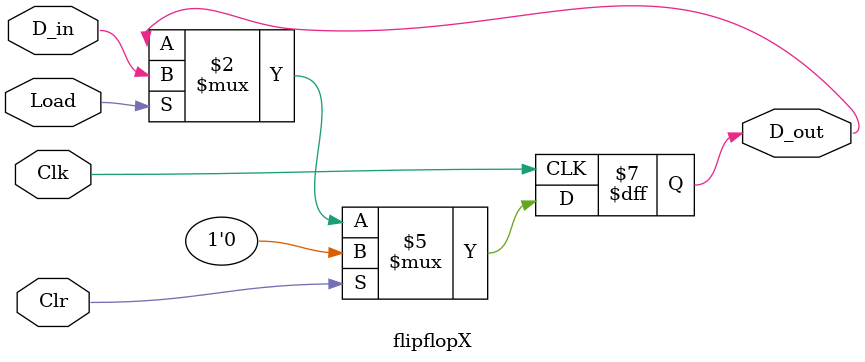
<source format=sv>
`timescale 1ns / 1ps


module flipflopX(
    input logic Clk, D_in, Clr, Load,
    output logic D_out
    );
    always_ff @ (posedge Clk)
    begin
        if (Clr)
            D_out <= 1'b0;
        else if (Load)
            D_out <= D_in;
     end
endmodule

</source>
